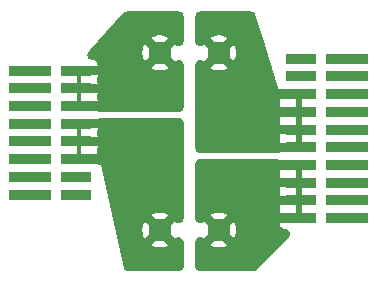
<source format=gbr>
%TF.GenerationSoftware,KiCad,Pcbnew,8.0.8+dfsg-1*%
%TF.CreationDate,2025-08-04T21:21:25+02:00*%
%TF.ProjectId,PicoSpoxAdapter_v2,5069636f-5370-46f7-9841-646170746572,rev?*%
%TF.SameCoordinates,Original*%
%TF.FileFunction,Copper,L1,Top*%
%TF.FilePolarity,Positive*%
%FSLAX46Y46*%
G04 Gerber Fmt 4.6, Leading zero omitted, Abs format (unit mm)*
G04 Created by KiCad (PCBNEW 8.0.8+dfsg-1) date 2025-08-04 21:21:25*
%MOMM*%
%LPD*%
G01*
G04 APERTURE LIST*
%TA.AperFunction,ComponentPad*%
%ADD10C,1.950000*%
%TD*%
%TA.AperFunction,SMDPad,CuDef*%
%ADD11R,2.641600X0.838200*%
%TD*%
%TA.AperFunction,SMDPad,CuDef*%
%ADD12R,3.556000X0.838200*%
%TD*%
G04 APERTURE END LIST*
D10*
%TO.P,J3,1*%
%TO.N,Net-(J1-Pad4_1)*%
X190500000Y-110500000D03*
%TO.P,J3,2*%
%TO.N,Net-(J2-Pad1_1)*%
X195500000Y-110500000D03*
%TD*%
%TO.P,J4,1*%
%TO.N,Net-(J2-Pad5_1)*%
X195500000Y-95500000D03*
%TO.P,J4,2*%
%TO.N,Net-(J1-Pad1_1)*%
X190500000Y-95500000D03*
%TD*%
D11*
%TO.P,J2,1_1,1_1*%
%TO.N,Net-(J2-Pad1_1)*%
X202454801Y-109499999D03*
D12*
%TO.P,J2,1_2,1_2*%
%TO.N,unconnected-(J2-Pad1_2)*%
X206354801Y-109499999D03*
D11*
%TO.P,J2,2_1,2_1*%
%TO.N,Net-(J2-Pad1_1)*%
X202454801Y-108000000D03*
D12*
%TO.P,J2,2_2,2_2*%
%TO.N,unconnected-(J2-Pad2_2)*%
X206354801Y-108000000D03*
D11*
%TO.P,J2,3_1,3_1*%
%TO.N,Net-(J2-Pad1_1)*%
X202454801Y-106500000D03*
D12*
%TO.P,J2,3_2,3_2*%
%TO.N,unconnected-(J2-Pad3_2)*%
X206354801Y-106500000D03*
D11*
%TO.P,J2,4_1,4_1*%
%TO.N,Net-(J2-Pad1_1)*%
X202454801Y-105000001D03*
D12*
%TO.P,J2,4_2,4_2*%
%TO.N,unconnected-(J2-Pad4_2)*%
X206354801Y-105000001D03*
D11*
%TO.P,J2,5_1,5_1*%
%TO.N,Net-(J2-Pad5_1)*%
X202454801Y-103500001D03*
D12*
%TO.P,J2,5_2,5_2*%
%TO.N,unconnected-(J2-Pad5_2)*%
X206354801Y-103500001D03*
D11*
%TO.P,J2,6_1,6_1*%
%TO.N,Net-(J2-Pad5_1)*%
X202454801Y-102000002D03*
D12*
%TO.P,J2,6_2,6_2*%
%TO.N,unconnected-(J2-Pad6_2)*%
X206354801Y-102000002D03*
D11*
%TO.P,J2,7_1,7_1*%
%TO.N,Net-(J2-Pad5_1)*%
X202454801Y-100499999D03*
D12*
%TO.P,J2,7_2,7_2*%
%TO.N,unconnected-(J2-Pad7_2)*%
X206354801Y-100499999D03*
D11*
%TO.P,J2,8_1,8_1*%
%TO.N,Net-(J2-Pad5_1)*%
X202454801Y-99000000D03*
D12*
%TO.P,J2,8_2,8_2*%
%TO.N,unconnected-(J2-Pad8_2)*%
X206354801Y-99000000D03*
D11*
%TO.P,J2,9_1,9_1*%
%TO.N,unconnected-(J2-Pad9_1)*%
X202454801Y-97500000D03*
D12*
%TO.P,J2,9_2,9_2*%
%TO.N,unconnected-(J2-Pad9_2)*%
X206354801Y-97500000D03*
D11*
%TO.P,J2,10_1,10_1*%
%TO.N,unconnected-(J2-Pad10_1)*%
X202454801Y-96000001D03*
D12*
%TO.P,J2,10_2,10_2*%
%TO.N,unconnected-(J2-Pad10_2)*%
X206354801Y-96000001D03*
%TD*%
D11*
%TO.P,J1,1_1,1_1*%
%TO.N,Net-(J1-Pad1_1)*%
X183400000Y-96999999D03*
D12*
%TO.P,J1,1_2,1_2*%
%TO.N,unconnected-(J1-Pad1_2)*%
X179500000Y-96999999D03*
D11*
%TO.P,J1,2_1,2_1*%
%TO.N,Net-(J1-Pad1_1)*%
X183400000Y-98499999D03*
D12*
%TO.P,J1,2_2,2_2*%
%TO.N,unconnected-(J1-Pad2_2)*%
X179500000Y-98499999D03*
D11*
%TO.P,J1,3_1,3_1*%
%TO.N,Net-(J1-Pad1_1)*%
X183400000Y-99999998D03*
D12*
%TO.P,J1,3_2,3_2*%
%TO.N,unconnected-(J1-Pad3_2)*%
X179500000Y-99999998D03*
D11*
%TO.P,J1,4_1,4_1*%
%TO.N,Net-(J1-Pad4_1)*%
X183400000Y-101499998D03*
D12*
%TO.P,J1,4_2,4_2*%
%TO.N,unconnected-(J1-Pad4_2)*%
X179500000Y-101499998D03*
D11*
%TO.P,J1,5_1,5_1*%
%TO.N,Net-(J1-Pad4_1)*%
X183400000Y-103000000D03*
D12*
%TO.P,J1,5_2,5_2*%
%TO.N,unconnected-(J1-Pad5_2)*%
X179500000Y-103000000D03*
D11*
%TO.P,J1,6_1,6_1*%
%TO.N,Net-(J1-Pad4_1)*%
X183400000Y-104500000D03*
D12*
%TO.P,J1,6_2,6_2*%
%TO.N,unconnected-(J1-Pad6_2)*%
X179500000Y-104500000D03*
D11*
%TO.P,J1,7_1,7_1*%
%TO.N,unconnected-(J1-Pad7_1)*%
X183400000Y-105999999D03*
D12*
%TO.P,J1,7_2,7_2*%
%TO.N,unconnected-(J1-Pad7_2)*%
X179500000Y-105999999D03*
D11*
%TO.P,J1,8_1,8_1*%
%TO.N,unconnected-(J1-Pad8_1)*%
X183400000Y-107499999D03*
D12*
%TO.P,J1,8_2,8_2*%
%TO.N,unconnected-(J1-Pad8_2)*%
X179500000Y-107499999D03*
%TD*%
%TA.AperFunction,Conductor*%
%TO.N,Net-(J1-Pad1_1)*%
G36*
X192224298Y-92019528D02*
G01*
X192335526Y-92076202D01*
X192423798Y-92164474D01*
X192480472Y-92275702D01*
X192500000Y-92399000D01*
X192500000Y-94524231D01*
X192480472Y-94647529D01*
X192423798Y-94758757D01*
X192335526Y-94847029D01*
X192224298Y-94903703D01*
X192101000Y-94923231D01*
X191977702Y-94903703D01*
X191866474Y-94847029D01*
X191796708Y-94777263D01*
X191789199Y-94776484D01*
X191146632Y-95419051D01*
X191125021Y-95310402D01*
X191076022Y-95192110D01*
X191004888Y-95085649D01*
X190914351Y-94995112D01*
X190807890Y-94923978D01*
X190689598Y-94874979D01*
X190580945Y-94853366D01*
X191221173Y-94213140D01*
X191221172Y-94213139D01*
X191094528Y-94144603D01*
X190863333Y-94065234D01*
X190863326Y-94065232D01*
X190622226Y-94025000D01*
X190377773Y-94025000D01*
X190136673Y-94065232D01*
X190136666Y-94065234D01*
X189905474Y-94144602D01*
X189905471Y-94144603D01*
X189778825Y-94213139D01*
X189778825Y-94213140D01*
X190419053Y-94853367D01*
X190310402Y-94874979D01*
X190192110Y-94923978D01*
X190085649Y-94995112D01*
X189995112Y-95085649D01*
X189923978Y-95192110D01*
X189874979Y-95310402D01*
X189853367Y-95419052D01*
X189210800Y-94776485D01*
X189198326Y-94795578D01*
X189100140Y-95019420D01*
X189100136Y-95019429D01*
X189040131Y-95256387D01*
X189040131Y-95256390D01*
X189019945Y-95499998D01*
X189019945Y-95500001D01*
X189040131Y-95743609D01*
X189040131Y-95743612D01*
X189100136Y-95980570D01*
X189100140Y-95980579D01*
X189198327Y-96204423D01*
X189210799Y-96223512D01*
X189853366Y-95580945D01*
X189874979Y-95689598D01*
X189923978Y-95807890D01*
X189995112Y-95914351D01*
X190085649Y-96004888D01*
X190192110Y-96076022D01*
X190310402Y-96125021D01*
X190419052Y-96146632D01*
X189778826Y-96786859D01*
X189905465Y-96855393D01*
X190136674Y-96934767D01*
X190136673Y-96934767D01*
X190377773Y-96974999D01*
X190377784Y-96975000D01*
X190622216Y-96975000D01*
X190622226Y-96974999D01*
X190863326Y-96934767D01*
X191094536Y-96855392D01*
X191221173Y-96786859D01*
X190580947Y-96146632D01*
X190689598Y-96125021D01*
X190807890Y-96076022D01*
X190914351Y-96004888D01*
X191004888Y-95914351D01*
X191076022Y-95807890D01*
X191125021Y-95689598D01*
X191146632Y-95580946D01*
X191789200Y-96223514D01*
X191798657Y-96222533D01*
X191850773Y-96164979D01*
X191959057Y-96102865D01*
X192081237Y-96077254D01*
X192205350Y-96090651D01*
X192319249Y-96141746D01*
X192411785Y-96225537D01*
X192473899Y-96333821D01*
X192499510Y-96456001D01*
X192500000Y-96475764D01*
X192500000Y-100101000D01*
X192480472Y-100224298D01*
X192423798Y-100335526D01*
X192335526Y-100423798D01*
X192224298Y-100480472D01*
X192101000Y-100500000D01*
X185486073Y-100500000D01*
X185362775Y-100480472D01*
X185251547Y-100423798D01*
X185223680Y-100399998D01*
X183799000Y-100399998D01*
X183675702Y-100380470D01*
X183564474Y-100323796D01*
X183500000Y-100259322D01*
X183500000Y-98900000D01*
X183800000Y-98900000D01*
X183800000Y-99599998D01*
X185220799Y-99599998D01*
X185220800Y-99599997D01*
X185220800Y-99533073D01*
X185220799Y-99533067D01*
X185214398Y-99473524D01*
X185214397Y-99473520D01*
X185183035Y-99389434D01*
X185158244Y-99267086D01*
X185172474Y-99143065D01*
X185183035Y-99110561D01*
X185214398Y-99026473D01*
X185214398Y-99026472D01*
X185220799Y-98966929D01*
X185220800Y-98966924D01*
X185220800Y-98900000D01*
X185220799Y-98899999D01*
X183800001Y-98899999D01*
X183800000Y-98900000D01*
X183500000Y-98900000D01*
X183500000Y-98099998D01*
X183800000Y-98099998D01*
X183800001Y-98099999D01*
X185220799Y-98099999D01*
X185220800Y-98099998D01*
X185220800Y-98033074D01*
X185220799Y-98033068D01*
X185214398Y-97973525D01*
X185214397Y-97973521D01*
X185183035Y-97889435D01*
X185158244Y-97767087D01*
X185172474Y-97643066D01*
X185183035Y-97610563D01*
X185214397Y-97526476D01*
X185214398Y-97526472D01*
X185220799Y-97466929D01*
X185220800Y-97466924D01*
X185220800Y-97400000D01*
X185220799Y-97399999D01*
X183800000Y-97399999D01*
X183800000Y-98099998D01*
X183500000Y-98099998D01*
X183500000Y-96740675D01*
X183564474Y-96676201D01*
X183675702Y-96619527D01*
X183799000Y-96599999D01*
X185220799Y-96599999D01*
X185220800Y-96599998D01*
X185220800Y-96533074D01*
X185220799Y-96533068D01*
X185214398Y-96473525D01*
X185214397Y-96473521D01*
X185164152Y-96338808D01*
X185077992Y-96223714D01*
X185077984Y-96223706D01*
X184962890Y-96137546D01*
X184828177Y-96087301D01*
X184828173Y-96087300D01*
X184768630Y-96080899D01*
X184761044Y-96080899D01*
X184637746Y-96061371D01*
X184526518Y-96004697D01*
X184438246Y-95916425D01*
X184381572Y-95805197D01*
X184362044Y-95681899D01*
X184381572Y-95558601D01*
X184438246Y-95447373D01*
X184462828Y-95416818D01*
X184605434Y-95256387D01*
X187380961Y-92133919D01*
X187477471Y-92054739D01*
X187593726Y-92009258D01*
X187679177Y-92000000D01*
X192101000Y-92000000D01*
X192224298Y-92019528D01*
G37*
%TD.AperFunction*%
%TD*%
%TA.AperFunction,Conductor*%
%TO.N,Net-(J1-Pad4_1)*%
G36*
X192224298Y-101019528D02*
G01*
X192335526Y-101076202D01*
X192423798Y-101164474D01*
X192480472Y-101275702D01*
X192500000Y-101399000D01*
X192500000Y-109524231D01*
X192480472Y-109647529D01*
X192423798Y-109758757D01*
X192335526Y-109847029D01*
X192224298Y-109903703D01*
X192101000Y-109923231D01*
X191977702Y-109903703D01*
X191866474Y-109847029D01*
X191796708Y-109777263D01*
X191789199Y-109776484D01*
X191146632Y-110419051D01*
X191125021Y-110310402D01*
X191076022Y-110192110D01*
X191004888Y-110085649D01*
X190914351Y-109995112D01*
X190807890Y-109923978D01*
X190689598Y-109874979D01*
X190580945Y-109853366D01*
X191221173Y-109213140D01*
X191221172Y-109213139D01*
X191094528Y-109144603D01*
X190863333Y-109065234D01*
X190863326Y-109065232D01*
X190622226Y-109025000D01*
X190377773Y-109025000D01*
X190136673Y-109065232D01*
X190136666Y-109065234D01*
X189905474Y-109144602D01*
X189905471Y-109144603D01*
X189778825Y-109213139D01*
X189778825Y-109213140D01*
X190419053Y-109853367D01*
X190310402Y-109874979D01*
X190192110Y-109923978D01*
X190085649Y-109995112D01*
X189995112Y-110085649D01*
X189923978Y-110192110D01*
X189874979Y-110310402D01*
X189853367Y-110419052D01*
X189210800Y-109776485D01*
X189198326Y-109795578D01*
X189100140Y-110019420D01*
X189100136Y-110019429D01*
X189040131Y-110256387D01*
X189040131Y-110256390D01*
X189019945Y-110499998D01*
X189019945Y-110500001D01*
X189040131Y-110743609D01*
X189040131Y-110743612D01*
X189100136Y-110980570D01*
X189100140Y-110980579D01*
X189198327Y-111204423D01*
X189210799Y-111223512D01*
X189853366Y-110580945D01*
X189874979Y-110689598D01*
X189923978Y-110807890D01*
X189995112Y-110914351D01*
X190085649Y-111004888D01*
X190192110Y-111076022D01*
X190310402Y-111125021D01*
X190419052Y-111146632D01*
X189778826Y-111786859D01*
X189905465Y-111855393D01*
X190136674Y-111934767D01*
X190136673Y-111934767D01*
X190377773Y-111974999D01*
X190377784Y-111975000D01*
X190622216Y-111975000D01*
X190622226Y-111974999D01*
X190863326Y-111934767D01*
X191094536Y-111855392D01*
X191221173Y-111786859D01*
X190580947Y-111146632D01*
X190689598Y-111125021D01*
X190807890Y-111076022D01*
X190914351Y-111004888D01*
X191004888Y-110914351D01*
X191076022Y-110807890D01*
X191125021Y-110689598D01*
X191146632Y-110580946D01*
X191789200Y-111223514D01*
X191798657Y-111222533D01*
X191850773Y-111164979D01*
X191959057Y-111102865D01*
X192081237Y-111077254D01*
X192205350Y-111090651D01*
X192319249Y-111141746D01*
X192411785Y-111225537D01*
X192473899Y-111333821D01*
X192499510Y-111456001D01*
X192500000Y-111475764D01*
X192500000Y-113601000D01*
X192480472Y-113724298D01*
X192423798Y-113835526D01*
X192335526Y-113923798D01*
X192224298Y-113980472D01*
X192101000Y-114000000D01*
X187820067Y-114000000D01*
X187696769Y-113980472D01*
X187585541Y-113923798D01*
X187497269Y-113835526D01*
X187440595Y-113724298D01*
X187430568Y-113687555D01*
X186847930Y-111065685D01*
X185500000Y-105000000D01*
X185499999Y-105000000D01*
X185486071Y-105000000D01*
X185362773Y-104980472D01*
X185251545Y-104923798D01*
X185223681Y-104900000D01*
X183799000Y-104900000D01*
X183675702Y-104880472D01*
X183564474Y-104823798D01*
X183500000Y-104759324D01*
X183500000Y-103400001D01*
X183800000Y-103400001D01*
X183800000Y-104100000D01*
X185220799Y-104100000D01*
X185220800Y-104099999D01*
X185220800Y-104033075D01*
X185220799Y-104033069D01*
X185214398Y-103973526D01*
X185214397Y-103973522D01*
X185183035Y-103889436D01*
X185158244Y-103767088D01*
X185172474Y-103643067D01*
X185183035Y-103610564D01*
X185214397Y-103526477D01*
X185214398Y-103526473D01*
X185220799Y-103466930D01*
X185220800Y-103466925D01*
X185220800Y-103400001D01*
X185220799Y-103400000D01*
X183800001Y-103400000D01*
X183800000Y-103400001D01*
X183500000Y-103400001D01*
X183500000Y-102599999D01*
X183800000Y-102599999D01*
X183800001Y-102600000D01*
X185220799Y-102600000D01*
X185220800Y-102599999D01*
X185220800Y-102533075D01*
X185220799Y-102533069D01*
X185214398Y-102473526D01*
X185214397Y-102473521D01*
X185183035Y-102389437D01*
X185158243Y-102267089D01*
X185172473Y-102143068D01*
X185183035Y-102110561D01*
X185214397Y-102026476D01*
X185214398Y-102026471D01*
X185220799Y-101966928D01*
X185220800Y-101966923D01*
X185220800Y-101899999D01*
X185220799Y-101899998D01*
X183800000Y-101899998D01*
X183800000Y-102599999D01*
X183500000Y-102599999D01*
X183500000Y-101240674D01*
X183564474Y-101176200D01*
X183675702Y-101119526D01*
X183799000Y-101099998D01*
X185227147Y-101099998D01*
X185304927Y-101043488D01*
X185423652Y-101004912D01*
X185486069Y-101000000D01*
X192101000Y-101000000D01*
X192224298Y-101019528D01*
G37*
%TD.AperFunction*%
%TD*%
%TA.AperFunction,Conductor*%
%TO.N,Net-(J2-Pad1_1)*%
G36*
X200492027Y-104519528D02*
G01*
X200603255Y-104576202D01*
X200631121Y-104600001D01*
X202055801Y-104600001D01*
X202179099Y-104619529D01*
X202290327Y-104676203D01*
X202378599Y-104764475D01*
X202435273Y-104875703D01*
X202454801Y-104999001D01*
X202454801Y-105000001D01*
X202455801Y-105000001D01*
X202500000Y-105007001D01*
X202500000Y-109492998D01*
X202455801Y-109499999D01*
X202454801Y-109499999D01*
X202454801Y-109500999D01*
X202435273Y-109624297D01*
X202378599Y-109735525D01*
X202290327Y-109823797D01*
X202179099Y-109880471D01*
X202055801Y-109899999D01*
X200634002Y-109899999D01*
X200634001Y-109900000D01*
X200634001Y-109966929D01*
X200640402Y-110026472D01*
X200640403Y-110026476D01*
X200690648Y-110161189D01*
X200776808Y-110276283D01*
X200776816Y-110276291D01*
X200891910Y-110362451D01*
X201026623Y-110412696D01*
X201026627Y-110412697D01*
X201086170Y-110419098D01*
X201086176Y-110419099D01*
X201117629Y-110419099D01*
X201240927Y-110438627D01*
X201352155Y-110495301D01*
X201440427Y-110583573D01*
X201497101Y-110694801D01*
X201516629Y-110818099D01*
X201497101Y-110941397D01*
X201440427Y-111052625D01*
X201399765Y-111100235D01*
X198616864Y-113883136D01*
X198515870Y-113956512D01*
X198397145Y-113995088D01*
X198334728Y-114000000D01*
X193899000Y-114000000D01*
X193775702Y-113980472D01*
X193664474Y-113923798D01*
X193576202Y-113835526D01*
X193519528Y-113724298D01*
X193500000Y-113601000D01*
X193500000Y-111475769D01*
X193519528Y-111352471D01*
X193576202Y-111241243D01*
X193664474Y-111152971D01*
X193775702Y-111096297D01*
X193899000Y-111076769D01*
X194022298Y-111096297D01*
X194133526Y-111152971D01*
X194203289Y-111222734D01*
X194210799Y-111223513D01*
X194853366Y-110580945D01*
X194874979Y-110689598D01*
X194923978Y-110807890D01*
X194995112Y-110914351D01*
X195085649Y-111004888D01*
X195192110Y-111076022D01*
X195310402Y-111125021D01*
X195419052Y-111146632D01*
X194778826Y-111786859D01*
X194905465Y-111855393D01*
X195136674Y-111934767D01*
X195136673Y-111934767D01*
X195377773Y-111974999D01*
X195377784Y-111975000D01*
X195622216Y-111975000D01*
X195622226Y-111974999D01*
X195863326Y-111934767D01*
X196094536Y-111855392D01*
X196221173Y-111786859D01*
X195580947Y-111146632D01*
X195689598Y-111125021D01*
X195807890Y-111076022D01*
X195914351Y-111004888D01*
X196004888Y-110914351D01*
X196076022Y-110807890D01*
X196125021Y-110689598D01*
X196146632Y-110580946D01*
X196789198Y-111223512D01*
X196801670Y-111204424D01*
X196899861Y-110980574D01*
X196899863Y-110980570D01*
X196959868Y-110743612D01*
X196959868Y-110743609D01*
X196980055Y-110500001D01*
X196980055Y-110499998D01*
X196959868Y-110256390D01*
X196959868Y-110256387D01*
X196899863Y-110019429D01*
X196899861Y-110019425D01*
X196801668Y-109795569D01*
X196789199Y-109776484D01*
X196146632Y-110419051D01*
X196125021Y-110310402D01*
X196076022Y-110192110D01*
X196004888Y-110085649D01*
X195914351Y-109995112D01*
X195807890Y-109923978D01*
X195689598Y-109874979D01*
X195580945Y-109853366D01*
X196221173Y-109213140D01*
X196221172Y-109213139D01*
X196094528Y-109144603D01*
X195863333Y-109065234D01*
X195863326Y-109065232D01*
X195622226Y-109025000D01*
X195377773Y-109025000D01*
X195136673Y-109065232D01*
X195136666Y-109065234D01*
X194905474Y-109144602D01*
X194905471Y-109144603D01*
X194778825Y-109213139D01*
X194778825Y-109213140D01*
X195419053Y-109853367D01*
X195310402Y-109874979D01*
X195192110Y-109923978D01*
X195085649Y-109995112D01*
X194995112Y-110085649D01*
X194923978Y-110192110D01*
X194874979Y-110310402D01*
X194853367Y-110419052D01*
X194210799Y-109776485D01*
X194201334Y-109777466D01*
X194149245Y-109834999D01*
X194040964Y-109897118D01*
X193918786Y-109922737D01*
X193794672Y-109909347D01*
X193680770Y-109858259D01*
X193588229Y-109774473D01*
X193526110Y-109666192D01*
X193500491Y-109544014D01*
X193500000Y-109524228D01*
X193500000Y-108400001D01*
X200634001Y-108400001D01*
X200634001Y-108466930D01*
X200640402Y-108526473D01*
X200640403Y-108526476D01*
X200671766Y-108610565D01*
X200696556Y-108732913D01*
X200682325Y-108856934D01*
X200671766Y-108889432D01*
X200640404Y-108973518D01*
X200640402Y-108973525D01*
X200634001Y-109033068D01*
X200634001Y-109099998D01*
X200634002Y-109099999D01*
X202054801Y-109099999D01*
X202054801Y-108400001D01*
X202054800Y-108400000D01*
X200634002Y-108400000D01*
X200634001Y-108400001D01*
X193500000Y-108400001D01*
X193500000Y-106900001D01*
X200634001Y-106900001D01*
X200634001Y-106966930D01*
X200640402Y-107026473D01*
X200640403Y-107026477D01*
X200671766Y-107110564D01*
X200696557Y-107232912D01*
X200682327Y-107356933D01*
X200671766Y-107389436D01*
X200640403Y-107473522D01*
X200640402Y-107473526D01*
X200634001Y-107533069D01*
X200634001Y-107599999D01*
X200634002Y-107600000D01*
X202054800Y-107600000D01*
X202054801Y-107599999D01*
X202054801Y-106900001D01*
X202054800Y-106900000D01*
X200634002Y-106900000D01*
X200634001Y-106900001D01*
X193500000Y-106900001D01*
X193500000Y-105400002D01*
X200634001Y-105400002D01*
X200634001Y-105466931D01*
X200640402Y-105526474D01*
X200640403Y-105526477D01*
X200671766Y-105610566D01*
X200696556Y-105732914D01*
X200682325Y-105856935D01*
X200671766Y-105889433D01*
X200640404Y-105973519D01*
X200640402Y-105973526D01*
X200634001Y-106033069D01*
X200634001Y-106099999D01*
X200634002Y-106100000D01*
X202054800Y-106100000D01*
X202054801Y-106099999D01*
X202054801Y-105400001D01*
X200634002Y-105400001D01*
X200634001Y-105400002D01*
X193500000Y-105400002D01*
X193500000Y-104899000D01*
X193519528Y-104775702D01*
X193576202Y-104664474D01*
X193664474Y-104576202D01*
X193775702Y-104519528D01*
X193899000Y-104500000D01*
X200368729Y-104500000D01*
X200492027Y-104519528D01*
G37*
%TD.AperFunction*%
%TD*%
%TA.AperFunction,Conductor*%
%TO.N,Net-(J2-Pad5_1)*%
G36*
X198328607Y-92019528D02*
G01*
X198439835Y-92076202D01*
X198528107Y-92164474D01*
X198584781Y-92275702D01*
X198586650Y-92281614D01*
X199123077Y-94025000D01*
X200499999Y-98499999D01*
X200602996Y-98576069D01*
X200603256Y-98576202D01*
X200603770Y-98576641D01*
X200605675Y-98578048D01*
X200605575Y-98578182D01*
X200631120Y-98600000D01*
X202055801Y-98600000D01*
X202179099Y-98619528D01*
X202290327Y-98676202D01*
X202378599Y-98764474D01*
X202435273Y-98875702D01*
X202454801Y-98999000D01*
X202454801Y-99000000D01*
X202455801Y-99000000D01*
X202500000Y-99007000D01*
X202500000Y-103493000D01*
X202455801Y-103500001D01*
X202454801Y-103500001D01*
X202454801Y-103501001D01*
X202435273Y-103624299D01*
X202378599Y-103735527D01*
X202290327Y-103823799D01*
X202179099Y-103880473D01*
X202055801Y-103900001D01*
X200627654Y-103900001D01*
X200549873Y-103956512D01*
X200431148Y-103995088D01*
X200368731Y-104000000D01*
X193899000Y-104000000D01*
X193775702Y-103980472D01*
X193664474Y-103923798D01*
X193576202Y-103835526D01*
X193519528Y-103724298D01*
X193500000Y-103601000D01*
X193500000Y-102400003D01*
X200634001Y-102400003D01*
X200634001Y-102466932D01*
X200640402Y-102526475D01*
X200640403Y-102526478D01*
X200671766Y-102610567D01*
X200696556Y-102732915D01*
X200682325Y-102856936D01*
X200671766Y-102889434D01*
X200640404Y-102973520D01*
X200640402Y-102973527D01*
X200634001Y-103033070D01*
X200634001Y-103100000D01*
X200634002Y-103100001D01*
X202054801Y-103100001D01*
X202054801Y-102400003D01*
X202054800Y-102400002D01*
X200634002Y-102400002D01*
X200634001Y-102400003D01*
X193500000Y-102400003D01*
X193500000Y-100900000D01*
X200634001Y-100900000D01*
X200634001Y-100966929D01*
X200640402Y-101026472D01*
X200640404Y-101026480D01*
X200671766Y-101110565D01*
X200696557Y-101232914D01*
X200682326Y-101356935D01*
X200671767Y-101389434D01*
X200640403Y-101473524D01*
X200640402Y-101473528D01*
X200634001Y-101533071D01*
X200634001Y-101600001D01*
X200634002Y-101600002D01*
X202054800Y-101600002D01*
X202054801Y-101600001D01*
X202054801Y-100900000D01*
X202054800Y-100899999D01*
X200634002Y-100899999D01*
X200634001Y-100900000D01*
X193500000Y-100900000D01*
X193500000Y-99400001D01*
X200634001Y-99400001D01*
X200634001Y-99466930D01*
X200640402Y-99526473D01*
X200640403Y-99526476D01*
X200671766Y-99610565D01*
X200696556Y-99732913D01*
X200682325Y-99856934D01*
X200671766Y-99889432D01*
X200640404Y-99973518D01*
X200640402Y-99973525D01*
X200634001Y-100033068D01*
X200634001Y-100099998D01*
X200634002Y-100099999D01*
X202054800Y-100099999D01*
X202054801Y-100099998D01*
X202054801Y-99400000D01*
X200634002Y-99400000D01*
X200634001Y-99400001D01*
X193500000Y-99400001D01*
X193500000Y-96475769D01*
X193519528Y-96352471D01*
X193576202Y-96241243D01*
X193664474Y-96152971D01*
X193775702Y-96096297D01*
X193899000Y-96076769D01*
X194022298Y-96096297D01*
X194133526Y-96152971D01*
X194203289Y-96222734D01*
X194210799Y-96223513D01*
X194853366Y-95580945D01*
X194874979Y-95689598D01*
X194923978Y-95807890D01*
X194995112Y-95914351D01*
X195085649Y-96004888D01*
X195192110Y-96076022D01*
X195310402Y-96125021D01*
X195419052Y-96146632D01*
X194778826Y-96786859D01*
X194905465Y-96855393D01*
X195136674Y-96934767D01*
X195136673Y-96934767D01*
X195377773Y-96974999D01*
X195377784Y-96975000D01*
X195622216Y-96975000D01*
X195622226Y-96974999D01*
X195863326Y-96934767D01*
X196094536Y-96855392D01*
X196221173Y-96786859D01*
X195580947Y-96146632D01*
X195689598Y-96125021D01*
X195807890Y-96076022D01*
X195914351Y-96004888D01*
X196004888Y-95914351D01*
X196076022Y-95807890D01*
X196125021Y-95689598D01*
X196146632Y-95580946D01*
X196789198Y-96223512D01*
X196801670Y-96204424D01*
X196899861Y-95980574D01*
X196899863Y-95980570D01*
X196959868Y-95743612D01*
X196959868Y-95743609D01*
X196980055Y-95500001D01*
X196980055Y-95499998D01*
X196959868Y-95256390D01*
X196959868Y-95256387D01*
X196899863Y-95019429D01*
X196899861Y-95019425D01*
X196801668Y-94795569D01*
X196789199Y-94776484D01*
X196146632Y-95419051D01*
X196125021Y-95310402D01*
X196076022Y-95192110D01*
X196004888Y-95085649D01*
X195914351Y-94995112D01*
X195807890Y-94923978D01*
X195689598Y-94874979D01*
X195580945Y-94853366D01*
X196221173Y-94213140D01*
X196221172Y-94213139D01*
X196094528Y-94144603D01*
X195863333Y-94065234D01*
X195863326Y-94065232D01*
X195622226Y-94025000D01*
X195377773Y-94025000D01*
X195136673Y-94065232D01*
X195136666Y-94065234D01*
X194905474Y-94144602D01*
X194905471Y-94144603D01*
X194778825Y-94213139D01*
X194778825Y-94213140D01*
X195419053Y-94853367D01*
X195310402Y-94874979D01*
X195192110Y-94923978D01*
X195085649Y-94995112D01*
X194995112Y-95085649D01*
X194923978Y-95192110D01*
X194874979Y-95310402D01*
X194853367Y-95419052D01*
X194210799Y-94776485D01*
X194201334Y-94777466D01*
X194149245Y-94834999D01*
X194040964Y-94897118D01*
X193918786Y-94922737D01*
X193794672Y-94909347D01*
X193680770Y-94858259D01*
X193588229Y-94774473D01*
X193526110Y-94666192D01*
X193500491Y-94544014D01*
X193500000Y-94524228D01*
X193500000Y-92399000D01*
X193519528Y-92275702D01*
X193576202Y-92164474D01*
X193664474Y-92076202D01*
X193775702Y-92019528D01*
X193899000Y-92000000D01*
X198205309Y-92000000D01*
X198328607Y-92019528D01*
G37*
%TD.AperFunction*%
%TD*%
M02*

</source>
